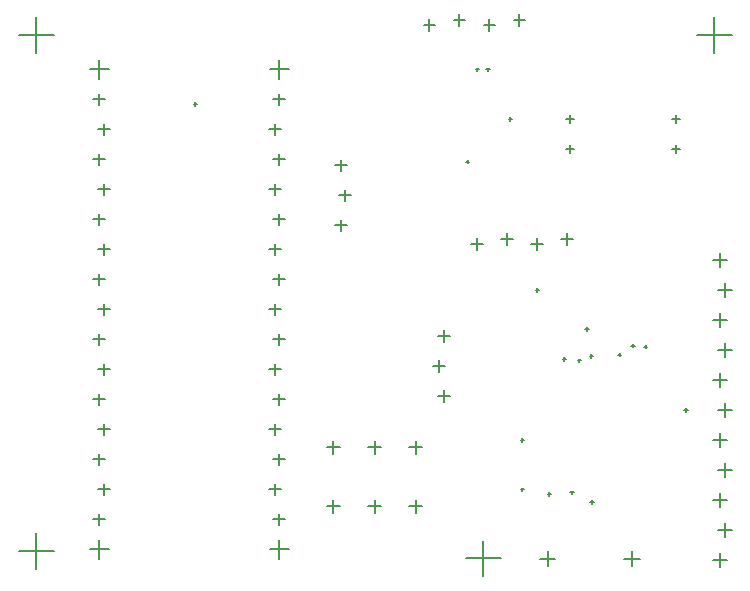
<source format=gbr>
%TF.GenerationSoftware,Altium Limited,Altium Designer,24.0.1 (36)*%
G04 Layer_Color=128*
%FSLAX45Y45*%
%MOMM*%
%TF.SameCoordinates,87475131-42DB-44E4-9C0F-69BDD36FC7AA*%
%TF.FilePolarity,Positive*%
%TF.FileFunction,Drillmap*%
%TF.Part,Single*%
G01*
G75*
%TA.AperFunction,NonConductor*%
%ADD41C,0.12700*%
D41*
X3643500Y1603200D02*
X3743500D01*
X3693500Y1553200D02*
Y1653200D01*
X3603500Y1857200D02*
X3703500D01*
X3653500Y1807200D02*
Y1907200D01*
X3643500Y2111200D02*
X3743500D01*
X3693500Y2061200D02*
Y2161200D01*
X3519500Y4746200D02*
X3619500D01*
X3569500Y4696200D02*
Y4796200D01*
X4281500Y4786200D02*
X4381500D01*
X4331500Y4736200D02*
Y4836200D01*
X4027500Y4746200D02*
X4127500D01*
X4077500Y4696200D02*
Y4796200D01*
X3773500Y4786200D02*
X3873500D01*
X3823500Y4736200D02*
Y4836200D01*
X3875900Y228600D02*
X4175900D01*
X4025900Y78600D02*
Y378600D01*
X4505100Y226500D02*
X4635100D01*
X4570100Y161500D02*
Y291500D01*
X5220100Y226500D02*
X5350100D01*
X5285100Y161500D02*
Y291500D01*
X3925100Y2893700D02*
X4025100D01*
X3975100Y2843700D02*
Y2943700D01*
X4687100Y2933700D02*
X4787100D01*
X4737100Y2883700D02*
Y2983700D01*
X4433100Y2893700D02*
X4533100D01*
X4483100Y2843700D02*
Y2943700D01*
X4179100Y2933700D02*
X4279100D01*
X4229100Y2883700D02*
Y2983700D01*
X6013100Y469900D02*
X6128100D01*
X6070600Y412400D02*
Y527400D01*
X6013100Y977900D02*
X6128100D01*
X6070600Y920400D02*
Y1035400D01*
X6013100Y1485900D02*
X6128100D01*
X6070600Y1428400D02*
Y1543400D01*
X5973100Y2247900D02*
X6088100D01*
X6030600Y2190400D02*
Y2305400D01*
X5973100Y2755900D02*
X6088100D01*
X6030600Y2698400D02*
Y2813400D01*
X5973100Y215900D02*
X6088100D01*
X6030600Y158400D02*
Y273400D01*
X5973100Y723900D02*
X6088100D01*
X6030600Y666400D02*
Y781400D01*
X5973100Y1231900D02*
X6088100D01*
X6030600Y1174400D02*
Y1289400D01*
X5973100Y1739900D02*
X6088100D01*
X6030600Y1682400D02*
Y1797400D01*
X6013100Y1993900D02*
X6128100D01*
X6070600Y1936400D02*
Y2051400D01*
X6013100Y2501900D02*
X6128100D01*
X6070600Y2444400D02*
Y2559400D01*
X4727500Y3695700D02*
X4797500D01*
X4762500Y3660700D02*
Y3730700D01*
X4727500Y3949700D02*
X4797500D01*
X4762500Y3914700D02*
Y3984700D01*
X5623353Y3695699D02*
X5693353D01*
X5658353Y3660700D02*
Y3730699D01*
X5623353Y3949699D02*
X5693353D01*
X5658353Y3914700D02*
Y3984699D01*
X91300Y292100D02*
X391300D01*
X241300Y142100D02*
Y442100D01*
X2699400Y1168400D02*
X2809400D01*
X2754400Y1113400D02*
Y1223400D01*
X2699400Y668400D02*
X2809400D01*
X2754400Y613400D02*
Y723400D01*
X3049400Y1168400D02*
X3159400D01*
X3104400Y1113400D02*
Y1223400D01*
X3049400Y668400D02*
X3159400D01*
X3104400Y613400D02*
Y723400D01*
X3399400Y1168400D02*
X3509400D01*
X3454400Y1113400D02*
Y1223400D01*
X3399400Y668400D02*
X3509400D01*
X3454400Y613400D02*
Y723400D01*
X2767500Y3048000D02*
X2867500D01*
X2817500Y2998000D02*
Y3098000D01*
X2807500Y3302000D02*
X2907500D01*
X2857500Y3252000D02*
Y3352000D01*
X2767500Y3556000D02*
X2867500D01*
X2817500Y3506000D02*
Y3606000D01*
X2216150Y4368800D02*
X2381250D01*
X2298700Y4286250D02*
Y4451350D01*
X692150Y4368800D02*
X857250D01*
X774700Y4286250D02*
Y4451350D01*
X2216150Y304800D02*
X2381250D01*
X2298700Y222250D02*
Y387350D01*
X692150Y304800D02*
X857250D01*
X774700Y222250D02*
Y387350D01*
X2248700Y4114800D02*
X2348700D01*
X2298700Y4064800D02*
Y4164800D01*
X2208700Y3860800D02*
X2308700D01*
X2258700Y3810800D02*
Y3910800D01*
X2248700Y3606800D02*
X2348700D01*
X2298700Y3556800D02*
Y3656800D01*
X2208700Y3352800D02*
X2308700D01*
X2258700Y3302800D02*
Y3402800D01*
X2248700Y3098800D02*
X2348700D01*
X2298700Y3048800D02*
Y3148800D01*
X2208700Y2844800D02*
X2308700D01*
X2258700Y2794800D02*
Y2894800D01*
X2248700Y2590800D02*
X2348700D01*
X2298700Y2540800D02*
Y2640800D01*
X2208700Y2336800D02*
X2308700D01*
X2258700Y2286800D02*
Y2386800D01*
X2248700Y2082800D02*
X2348700D01*
X2298700Y2032800D02*
Y2132800D01*
X2208700Y1828800D02*
X2308700D01*
X2258700Y1778800D02*
Y1878800D01*
X2248700Y1574800D02*
X2348700D01*
X2298700Y1524800D02*
Y1624800D01*
X2208700Y1320800D02*
X2308700D01*
X2258700Y1270800D02*
Y1370800D01*
X2248700Y1066800D02*
X2348700D01*
X2298700Y1016800D02*
Y1116800D01*
X2208700Y812800D02*
X2308700D01*
X2258700Y762800D02*
Y862800D01*
X2248700Y558800D02*
X2348700D01*
X2298700Y508800D02*
Y608800D01*
X724700Y558800D02*
X824700D01*
X774700Y508800D02*
Y608800D01*
X764700Y812800D02*
X864700D01*
X814700Y762800D02*
Y862800D01*
X724700Y1066800D02*
X824700D01*
X774700Y1016800D02*
Y1116800D01*
X764700Y1320800D02*
X864700D01*
X814700Y1270800D02*
Y1370800D01*
X724700Y1574800D02*
X824700D01*
X774700Y1524800D02*
Y1624800D01*
X764700Y1828800D02*
X864700D01*
X814700Y1778800D02*
Y1878800D01*
X724700Y2082800D02*
X824700D01*
X774700Y2032800D02*
Y2132800D01*
X764700Y2336800D02*
X864700D01*
X814700Y2286800D02*
Y2386800D01*
X724700Y2590800D02*
X824700D01*
X774700Y2540800D02*
Y2640800D01*
X764700Y2844800D02*
X864700D01*
X814700Y2794800D02*
Y2894800D01*
X724700Y3098800D02*
X824700D01*
X774700Y3048800D02*
Y3148800D01*
X764700Y3352800D02*
X864700D01*
X814700Y3302800D02*
Y3402800D01*
X724700Y3606800D02*
X824700D01*
X774700Y3556800D02*
Y3656800D01*
X764700Y3860800D02*
X864700D01*
X814700Y3810800D02*
Y3910800D01*
X724700Y4114800D02*
X824700D01*
X774700Y4064800D02*
Y4164800D01*
X91300Y4660900D02*
X391300D01*
X241300Y4510900D02*
Y4810900D01*
X5831700Y4660900D02*
X6131700D01*
X5981700Y4510900D02*
Y4810900D01*
X5384685Y2021485D02*
X5414685D01*
X5399685Y2006485D02*
Y2036485D01*
X5278956Y2030930D02*
X5308956D01*
X5293956Y2015930D02*
Y2045930D01*
X3959968Y4368668D02*
X3989968D01*
X3974968Y4353668D02*
Y4383668D01*
X4049000Y4368800D02*
X4079000D01*
X4064000Y4353800D02*
Y4383800D01*
X4239500Y3949700D02*
X4269500D01*
X4254500Y3934700D02*
Y3964700D01*
X3878527Y3588727D02*
X3908527D01*
X3893527Y3573727D02*
Y3603727D01*
X5165526Y1954726D02*
X5195526D01*
X5180526Y1939726D02*
Y1969726D01*
X4823700Y1905000D02*
X4853700D01*
X4838700Y1890000D02*
Y1920000D01*
X4925300Y1943100D02*
X4955300D01*
X4940300Y1928100D02*
Y1958100D01*
X4887200Y2171700D02*
X4917200D01*
X4902200Y2156700D02*
Y2186700D01*
X4696700Y1917700D02*
X4726700D01*
X4711700Y1902700D02*
Y1932700D01*
X4468100Y2501900D02*
X4498100D01*
X4483100Y2486900D02*
Y2516900D01*
X5725400Y1485900D02*
X5755400D01*
X5740400Y1470900D02*
Y1500900D01*
X4341100Y1231900D02*
X4371100D01*
X4356100Y1216900D02*
Y1246900D01*
X4341100Y812800D02*
X4371100D01*
X4356100Y797800D02*
Y827800D01*
X4569700Y774700D02*
X4599700D01*
X4584700Y759700D02*
Y789700D01*
X4931500Y705000D02*
X4961500D01*
X4946500Y690000D02*
Y720000D01*
X4760200Y787400D02*
X4790200D01*
X4775200Y772400D02*
Y802400D01*
X1572500Y4076700D02*
X1602500D01*
X1587500Y4061700D02*
Y4091700D01*
%TF.MD5,ec2fe383e34c441943ca31f925f018a7*%
M02*

</source>
